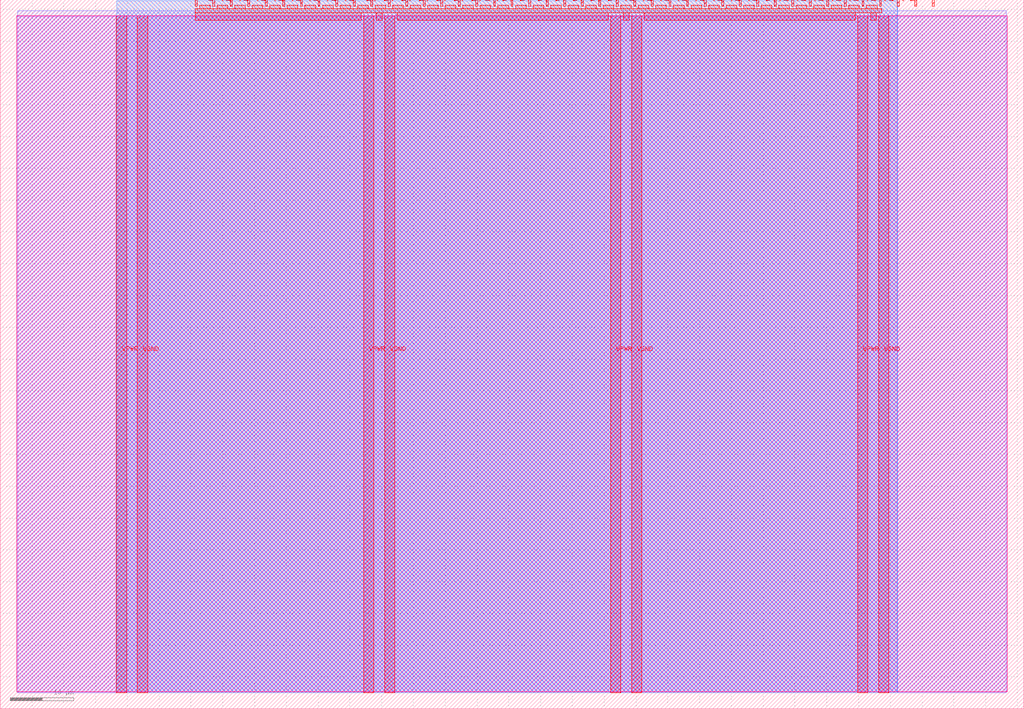
<source format=lef>
VERSION 5.7 ;
  NOWIREEXTENSIONATPIN ON ;
  DIVIDERCHAR "/" ;
  BUSBITCHARS "[]" ;
MACRO tt_um_wokwi_442977531497515009
  CLASS BLOCK ;
  FOREIGN tt_um_wokwi_442977531497515009 ;
  ORIGIN 0.000 0.000 ;
  SIZE 161.000 BY 111.520 ;
  PIN VGND
    DIRECTION INOUT ;
    USE GROUND ;
    PORT
      LAYER met4 ;
        RECT 21.580 2.480 23.180 109.040 ;
    END
    PORT
      LAYER met4 ;
        RECT 60.450 2.480 62.050 109.040 ;
    END
    PORT
      LAYER met4 ;
        RECT 99.320 2.480 100.920 109.040 ;
    END
    PORT
      LAYER met4 ;
        RECT 138.190 2.480 139.790 109.040 ;
    END
  END VGND
  PIN VPWR
    DIRECTION INOUT ;
    USE POWER ;
    PORT
      LAYER met4 ;
        RECT 18.280 2.480 19.880 109.040 ;
    END
    PORT
      LAYER met4 ;
        RECT 57.150 2.480 58.750 109.040 ;
    END
    PORT
      LAYER met4 ;
        RECT 96.020 2.480 97.620 109.040 ;
    END
    PORT
      LAYER met4 ;
        RECT 134.890 2.480 136.490 109.040 ;
    END
  END VPWR
  PIN clk
    DIRECTION INPUT ;
    USE SIGNAL ;
    PORT
      LAYER met4 ;
        RECT 143.830 110.520 144.130 111.520 ;
    END
  END clk
  PIN ena
    DIRECTION INPUT ;
    USE SIGNAL ;
    PORT
      LAYER met4 ;
        RECT 146.590 110.520 146.890 111.520 ;
    END
  END ena
  PIN rst_n
    DIRECTION INPUT ;
    USE SIGNAL ;
    PORT
      LAYER met4 ;
        RECT 141.070 110.520 141.370 111.520 ;
    END
  END rst_n
  PIN ui_in[0]
    DIRECTION INPUT ;
    USE SIGNAL ;
    ANTENNAGATEAREA 0.196500 ;
    PORT
      LAYER met4 ;
        RECT 138.310 110.520 138.610 111.520 ;
    END
  END ui_in[0]
  PIN ui_in[1]
    DIRECTION INPUT ;
    USE SIGNAL ;
    ANTENNAGATEAREA 0.196500 ;
    PORT
      LAYER met4 ;
        RECT 135.550 110.520 135.850 111.520 ;
    END
  END ui_in[1]
  PIN ui_in[2]
    DIRECTION INPUT ;
    USE SIGNAL ;
    ANTENNAGATEAREA 0.196500 ;
    PORT
      LAYER met4 ;
        RECT 132.790 110.520 133.090 111.520 ;
    END
  END ui_in[2]
  PIN ui_in[3]
    DIRECTION INPUT ;
    USE SIGNAL ;
    ANTENNAGATEAREA 0.196500 ;
    PORT
      LAYER met4 ;
        RECT 130.030 110.520 130.330 111.520 ;
    END
  END ui_in[3]
  PIN ui_in[4]
    DIRECTION INPUT ;
    USE SIGNAL ;
    ANTENNAGATEAREA 0.159000 ;
    PORT
      LAYER met4 ;
        RECT 127.270 110.520 127.570 111.520 ;
    END
  END ui_in[4]
  PIN ui_in[5]
    DIRECTION INPUT ;
    USE SIGNAL ;
    ANTENNAGATEAREA 0.159000 ;
    PORT
      LAYER met4 ;
        RECT 124.510 110.520 124.810 111.520 ;
    END
  END ui_in[5]
  PIN ui_in[6]
    DIRECTION INPUT ;
    USE SIGNAL ;
    ANTENNAGATEAREA 0.159000 ;
    PORT
      LAYER met4 ;
        RECT 121.750 110.520 122.050 111.520 ;
    END
  END ui_in[6]
  PIN ui_in[7]
    DIRECTION INPUT ;
    USE SIGNAL ;
    ANTENNAGATEAREA 0.159000 ;
    PORT
      LAYER met4 ;
        RECT 118.990 110.520 119.290 111.520 ;
    END
  END ui_in[7]
  PIN uio_in[0]
    DIRECTION INPUT ;
    USE SIGNAL ;
    PORT
      LAYER met4 ;
        RECT 116.230 110.520 116.530 111.520 ;
    END
  END uio_in[0]
  PIN uio_in[1]
    DIRECTION INPUT ;
    USE SIGNAL ;
    PORT
      LAYER met4 ;
        RECT 113.470 110.520 113.770 111.520 ;
    END
  END uio_in[1]
  PIN uio_in[2]
    DIRECTION INPUT ;
    USE SIGNAL ;
    PORT
      LAYER met4 ;
        RECT 110.710 110.520 111.010 111.520 ;
    END
  END uio_in[2]
  PIN uio_in[3]
    DIRECTION INPUT ;
    USE SIGNAL ;
    PORT
      LAYER met4 ;
        RECT 107.950 110.520 108.250 111.520 ;
    END
  END uio_in[3]
  PIN uio_in[4]
    DIRECTION INPUT ;
    USE SIGNAL ;
    PORT
      LAYER met4 ;
        RECT 105.190 110.520 105.490 111.520 ;
    END
  END uio_in[4]
  PIN uio_in[5]
    DIRECTION INPUT ;
    USE SIGNAL ;
    PORT
      LAYER met4 ;
        RECT 102.430 110.520 102.730 111.520 ;
    END
  END uio_in[5]
  PIN uio_in[6]
    DIRECTION INPUT ;
    USE SIGNAL ;
    PORT
      LAYER met4 ;
        RECT 99.670 110.520 99.970 111.520 ;
    END
  END uio_in[6]
  PIN uio_in[7]
    DIRECTION INPUT ;
    USE SIGNAL ;
    PORT
      LAYER met4 ;
        RECT 96.910 110.520 97.210 111.520 ;
    END
  END uio_in[7]
  PIN uio_oe[0]
    DIRECTION OUTPUT ;
    USE SIGNAL ;
    PORT
      LAYER met4 ;
        RECT 49.990 110.520 50.290 111.520 ;
    END
  END uio_oe[0]
  PIN uio_oe[1]
    DIRECTION OUTPUT ;
    USE SIGNAL ;
    PORT
      LAYER met4 ;
        RECT 47.230 110.520 47.530 111.520 ;
    END
  END uio_oe[1]
  PIN uio_oe[2]
    DIRECTION OUTPUT ;
    USE SIGNAL ;
    PORT
      LAYER met4 ;
        RECT 44.470 110.520 44.770 111.520 ;
    END
  END uio_oe[2]
  PIN uio_oe[3]
    DIRECTION OUTPUT ;
    USE SIGNAL ;
    PORT
      LAYER met4 ;
        RECT 41.710 110.520 42.010 111.520 ;
    END
  END uio_oe[3]
  PIN uio_oe[4]
    DIRECTION OUTPUT ;
    USE SIGNAL ;
    PORT
      LAYER met4 ;
        RECT 38.950 110.520 39.250 111.520 ;
    END
  END uio_oe[4]
  PIN uio_oe[5]
    DIRECTION OUTPUT ;
    USE SIGNAL ;
    PORT
      LAYER met4 ;
        RECT 36.190 110.520 36.490 111.520 ;
    END
  END uio_oe[5]
  PIN uio_oe[6]
    DIRECTION OUTPUT ;
    USE SIGNAL ;
    PORT
      LAYER met4 ;
        RECT 33.430 110.520 33.730 111.520 ;
    END
  END uio_oe[6]
  PIN uio_oe[7]
    DIRECTION OUTPUT ;
    USE SIGNAL ;
    PORT
      LAYER met4 ;
        RECT 30.670 110.520 30.970 111.520 ;
    END
  END uio_oe[7]
  PIN uio_out[0]
    DIRECTION OUTPUT ;
    USE SIGNAL ;
    PORT
      LAYER met4 ;
        RECT 72.070 110.520 72.370 111.520 ;
    END
  END uio_out[0]
  PIN uio_out[1]
    DIRECTION OUTPUT ;
    USE SIGNAL ;
    PORT
      LAYER met4 ;
        RECT 69.310 110.520 69.610 111.520 ;
    END
  END uio_out[1]
  PIN uio_out[2]
    DIRECTION OUTPUT ;
    USE SIGNAL ;
    PORT
      LAYER met4 ;
        RECT 66.550 110.520 66.850 111.520 ;
    END
  END uio_out[2]
  PIN uio_out[3]
    DIRECTION OUTPUT ;
    USE SIGNAL ;
    PORT
      LAYER met4 ;
        RECT 63.790 110.520 64.090 111.520 ;
    END
  END uio_out[3]
  PIN uio_out[4]
    DIRECTION OUTPUT ;
    USE SIGNAL ;
    PORT
      LAYER met4 ;
        RECT 61.030 110.520 61.330 111.520 ;
    END
  END uio_out[4]
  PIN uio_out[5]
    DIRECTION OUTPUT ;
    USE SIGNAL ;
    PORT
      LAYER met4 ;
        RECT 58.270 110.520 58.570 111.520 ;
    END
  END uio_out[5]
  PIN uio_out[6]
    DIRECTION OUTPUT ;
    USE SIGNAL ;
    PORT
      LAYER met4 ;
        RECT 55.510 110.520 55.810 111.520 ;
    END
  END uio_out[6]
  PIN uio_out[7]
    DIRECTION OUTPUT ;
    USE SIGNAL ;
    PORT
      LAYER met4 ;
        RECT 52.750 110.520 53.050 111.520 ;
    END
  END uio_out[7]
  PIN uo_out[0]
    DIRECTION OUTPUT ;
    USE SIGNAL ;
    ANTENNADIFFAREA 0.795200 ;
    PORT
      LAYER met4 ;
        RECT 94.150 110.520 94.450 111.520 ;
    END
  END uo_out[0]
  PIN uo_out[1]
    DIRECTION OUTPUT ;
    USE SIGNAL ;
    PORT
      LAYER met4 ;
        RECT 91.390 110.520 91.690 111.520 ;
    END
  END uo_out[1]
  PIN uo_out[2]
    DIRECTION OUTPUT ;
    USE SIGNAL ;
    ANTENNADIFFAREA 0.445500 ;
    PORT
      LAYER met4 ;
        RECT 88.630 110.520 88.930 111.520 ;
    END
  END uo_out[2]
  PIN uo_out[3]
    DIRECTION OUTPUT ;
    USE SIGNAL ;
    ANTENNADIFFAREA 0.445500 ;
    PORT
      LAYER met4 ;
        RECT 85.870 110.520 86.170 111.520 ;
    END
  END uo_out[3]
  PIN uo_out[4]
    DIRECTION OUTPUT ;
    USE SIGNAL ;
    ANTENNADIFFAREA 0.445500 ;
    PORT
      LAYER met4 ;
        RECT 83.110 110.520 83.410 111.520 ;
    END
  END uo_out[4]
  PIN uo_out[5]
    DIRECTION OUTPUT ;
    USE SIGNAL ;
    ANTENNADIFFAREA 0.445500 ;
    PORT
      LAYER met4 ;
        RECT 80.350 110.520 80.650 111.520 ;
    END
  END uo_out[5]
  PIN uo_out[6]
    DIRECTION OUTPUT ;
    USE SIGNAL ;
    ANTENNADIFFAREA 0.445500 ;
    PORT
      LAYER met4 ;
        RECT 77.590 110.520 77.890 111.520 ;
    END
  END uo_out[6]
  PIN uo_out[7]
    DIRECTION OUTPUT ;
    USE SIGNAL ;
    ANTENNADIFFAREA 0.445500 ;
    PORT
      LAYER met4 ;
        RECT 74.830 110.520 75.130 111.520 ;
    END
  END uo_out[7]
  OBS
      LAYER nwell ;
        RECT 2.570 2.635 158.430 108.990 ;
      LAYER li1 ;
        RECT 2.760 2.635 158.240 108.885 ;
      LAYER met1 ;
        RECT 2.760 2.480 158.240 109.780 ;
      LAYER met2 ;
        RECT 18.310 2.535 141.130 111.365 ;
      LAYER met3 ;
        RECT 18.290 2.555 141.155 111.345 ;
      LAYER met4 ;
        RECT 31.370 110.120 33.030 110.665 ;
        RECT 34.130 110.120 35.790 110.665 ;
        RECT 36.890 110.120 38.550 110.665 ;
        RECT 39.650 110.120 41.310 110.665 ;
        RECT 42.410 110.120 44.070 110.665 ;
        RECT 45.170 110.120 46.830 110.665 ;
        RECT 47.930 110.120 49.590 110.665 ;
        RECT 50.690 110.120 52.350 110.665 ;
        RECT 53.450 110.120 55.110 110.665 ;
        RECT 56.210 110.120 57.870 110.665 ;
        RECT 58.970 110.120 60.630 110.665 ;
        RECT 61.730 110.120 63.390 110.665 ;
        RECT 64.490 110.120 66.150 110.665 ;
        RECT 67.250 110.120 68.910 110.665 ;
        RECT 70.010 110.120 71.670 110.665 ;
        RECT 72.770 110.120 74.430 110.665 ;
        RECT 75.530 110.120 77.190 110.665 ;
        RECT 78.290 110.120 79.950 110.665 ;
        RECT 81.050 110.120 82.710 110.665 ;
        RECT 83.810 110.120 85.470 110.665 ;
        RECT 86.570 110.120 88.230 110.665 ;
        RECT 89.330 110.120 90.990 110.665 ;
        RECT 92.090 110.120 93.750 110.665 ;
        RECT 94.850 110.120 96.510 110.665 ;
        RECT 97.610 110.120 99.270 110.665 ;
        RECT 100.370 110.120 102.030 110.665 ;
        RECT 103.130 110.120 104.790 110.665 ;
        RECT 105.890 110.120 107.550 110.665 ;
        RECT 108.650 110.120 110.310 110.665 ;
        RECT 111.410 110.120 113.070 110.665 ;
        RECT 114.170 110.120 115.830 110.665 ;
        RECT 116.930 110.120 118.590 110.665 ;
        RECT 119.690 110.120 121.350 110.665 ;
        RECT 122.450 110.120 124.110 110.665 ;
        RECT 125.210 110.120 126.870 110.665 ;
        RECT 127.970 110.120 129.630 110.665 ;
        RECT 130.730 110.120 132.390 110.665 ;
        RECT 133.490 110.120 135.150 110.665 ;
        RECT 136.250 110.120 137.910 110.665 ;
        RECT 30.655 109.440 138.625 110.120 ;
        RECT 30.655 108.295 56.750 109.440 ;
        RECT 59.150 108.295 60.050 109.440 ;
        RECT 62.450 108.295 95.620 109.440 ;
        RECT 98.020 108.295 98.920 109.440 ;
        RECT 101.320 108.295 134.490 109.440 ;
        RECT 136.890 108.295 137.790 109.440 ;
  END
END tt_um_wokwi_442977531497515009
END LIBRARY


</source>
